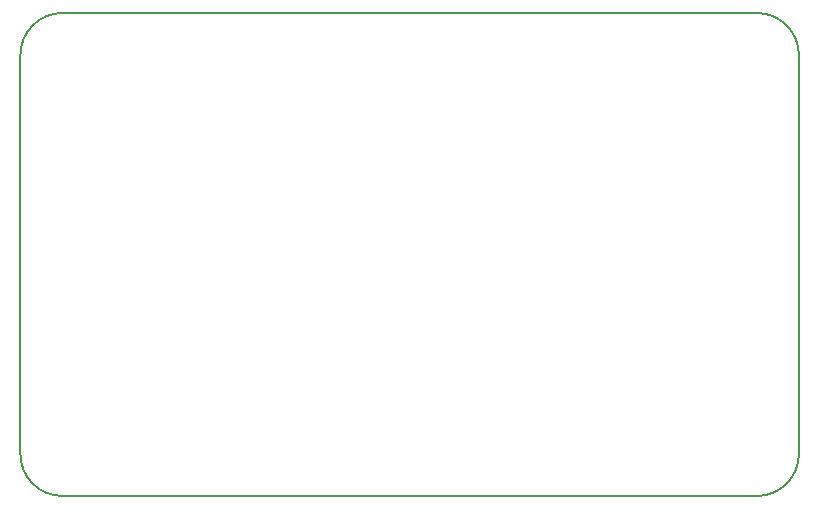
<source format=gbr>
G04 #@! TF.GenerationSoftware,KiCad,Pcbnew,(5.1.9)-1*
G04 #@! TF.CreationDate,2021-04-09T16:02:10+01:00*
G04 #@! TF.ProjectId,RGBtoHDMI Amiga Denise ECS PLCC,52474274-6f48-4444-9d49-20416d696761,1*
G04 #@! TF.SameCoordinates,Original*
G04 #@! TF.FileFunction,Profile,NP*
%FSLAX46Y46*%
G04 Gerber Fmt 4.6, Leading zero omitted, Abs format (unit mm)*
G04 Created by KiCad (PCBNEW (5.1.9)-1) date 2021-04-09 16:02:10*
%MOMM*%
%LPD*%
G01*
G04 APERTURE LIST*
G04 #@! TA.AperFunction,Profile*
%ADD10C,0.150000*%
G04 #@! TD*
G04 APERTURE END LIST*
D10*
X198374000Y-88011000D02*
G75*
G02*
X194818000Y-91567000I-3556000J0D01*
G01*
X194818000Y-50673000D02*
G75*
G02*
X198374000Y-54229000I0J-3556000D01*
G01*
X132461000Y-54229000D02*
G75*
G02*
X136017000Y-50673000I3556000J0D01*
G01*
X194818000Y-50673000D02*
X136017000Y-50673000D01*
X198374000Y-88011000D02*
X198374000Y-54229000D01*
X136017000Y-91567000D02*
X194818000Y-91567000D01*
X132461000Y-54229000D02*
X132461000Y-88011000D01*
X136017000Y-91567000D02*
G75*
G02*
X132461000Y-88011000I0J3556000D01*
G01*
M02*

</source>
